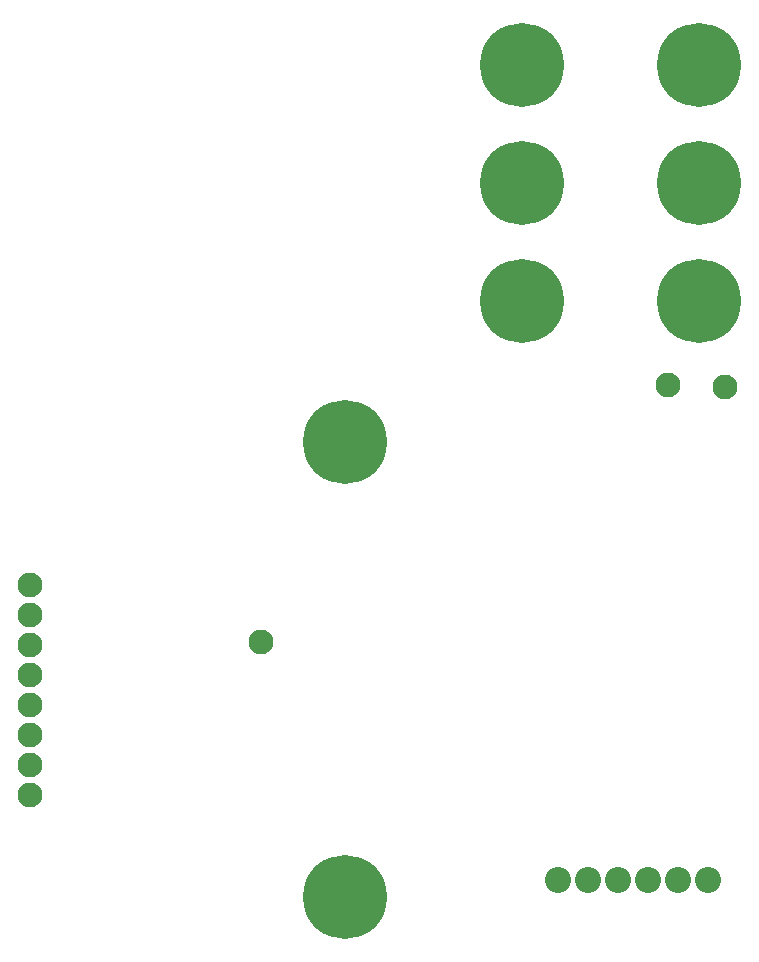
<source format=gbr>
G04 #@! TF.GenerationSoftware,KiCad,Pcbnew,(6.0.9-0)*
G04 #@! TF.CreationDate,2024-06-23T22:48:43+01:00*
G04 #@! TF.ProjectId,BalanceBoard,42616c61-6e63-4654-926f-6172642e6b69,rev?*
G04 #@! TF.SameCoordinates,Original*
G04 #@! TF.FileFunction,Soldermask,Bot*
G04 #@! TF.FilePolarity,Negative*
%FSLAX46Y46*%
G04 Gerber Fmt 4.6, Leading zero omitted, Abs format (unit mm)*
G04 Created by KiCad (PCBNEW (6.0.9-0)) date 2024-06-23 22:48:43*
%MOMM*%
%LPD*%
G01*
G04 APERTURE LIST*
%ADD10C,7.102000*%
%ADD11C,2.102000*%
%ADD12C,2.202000*%
G04 APERTURE END LIST*
D10*
X85090000Y-86976000D03*
X85090000Y-125476000D03*
X115000000Y-65000000D03*
D11*
X77978000Y-103886000D03*
D10*
X115000000Y-55000000D03*
D11*
X58420000Y-116840000D03*
D10*
X100000000Y-75000000D03*
X115000000Y-75000000D03*
X100000000Y-55000000D03*
D12*
X103124000Y-124002800D03*
X105664000Y-124002800D03*
X108204000Y-124002800D03*
X110744000Y-124002800D03*
X113284000Y-124002800D03*
X115824000Y-124002800D03*
D10*
X100000000Y-65000000D03*
D11*
X112420400Y-82092800D03*
X58420000Y-106680000D03*
X58420000Y-101600000D03*
X117246400Y-82245200D03*
X58420000Y-114300000D03*
X58420000Y-111760000D03*
X58420000Y-104140000D03*
X58420000Y-109220000D03*
X58420000Y-99060000D03*
M02*

</source>
